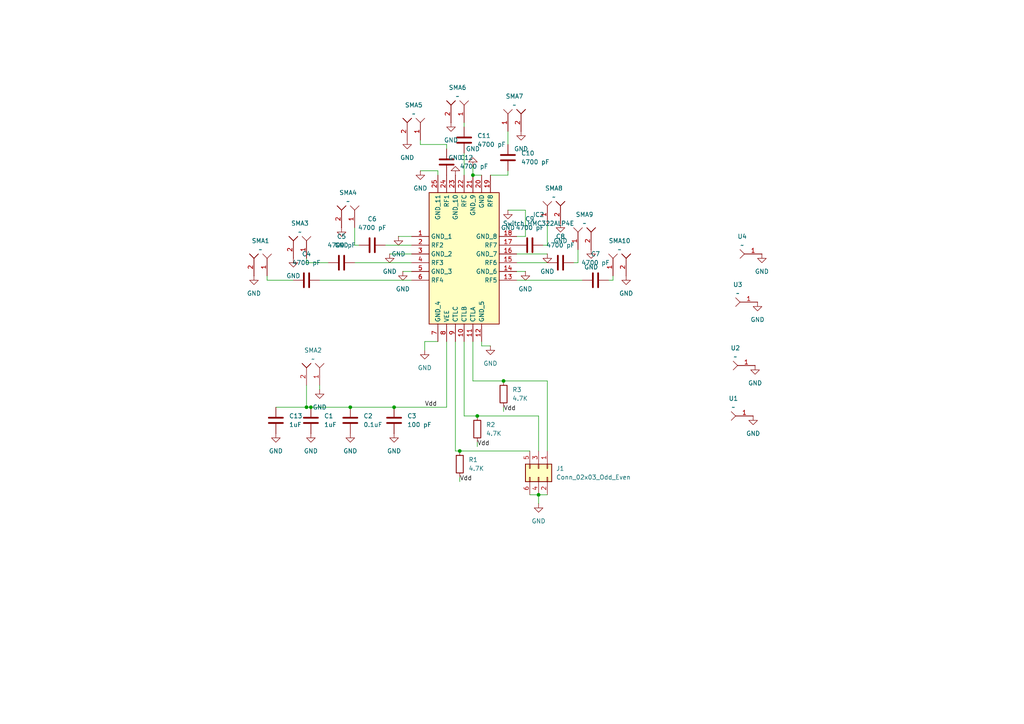
<source format=kicad_sch>
(kicad_sch (version 20231120) (generator "eeschema") (generator_version "8.0")
  (paper "A4")
  (lib_symbols
    (symbol "Connector_Generic:Conn_02x03_Odd_Even" (pin_names (offset 1.016) hide)
      (property "Reference" "J" (at 1.27 5.08 0))
      (property "Value" "Conn_02x03_Odd_Even" (at 1.27 -5.08 0))
      (symbol "Conn_02x03_Odd_Even_1_1"
        (rectangle (start -1.27 -2.413) (end 0 -2.667) (stroke (width 0.1524)))
        (rectangle (start -1.27 0.127) (end 0 -0.127) (stroke (width 0.1524)))
        (rectangle (start -1.27 2.667) (end 0 2.413) (stroke (width 0.1524)))
        (rectangle (start -1.27 3.81) (end 3.81 -3.81) (stroke (width 0.254)) (fill (type background)))
        (rectangle (start 3.81 -2.413) (end 2.54 -2.667) (stroke (width 0.1524)))
        (rectangle (start 3.81 0.127) (end 2.54 -0.127) (stroke (width 0.1524)))
        (rectangle (start 3.81 2.667) (end 2.54 2.413) (stroke (width 0.1524)))
        (pin passive line (at -5.08 2.54 0) (length 3.81) (name "Pin_1") (number "1"))
        (pin passive line (at 7.62 2.54 180) (length 3.81) (name "Pin_2") (number "2"))
        (pin passive line (at -5.08 0 0) (length 3.81) (name "Pin_3") (number "3"))
        (pin passive line (at 7.62 0 180) (length 3.81) (name "Pin_4") (number "4"))
        (pin passive line (at -5.08 -2.54 0) (length 3.81) (name "Pin_5") (number "5"))
        (pin passive line (at 7.62 -2.54 180) (length 3.81) (name "Pin_6") (number "6"))
      )
    )
    (symbol "Device:C" (pin_numbers hide) (pin_names (offset 0.254))
      (property "Reference" "C" (at 0.635 2.54 0))
      (property "Value" "C" (at 0.635 -2.54 0))
      (symbol "C_0_1"
        (polyline (pts (xy -2.032 -0.762) (xy 2.032 -0.762)) (stroke (width 0.508)))
        (polyline (pts (xy -2.032 0.762) (xy 2.032 0.762)) (stroke (width 0.508)))
      )
      (symbol "C_1_1"
        (pin passive line (at 0 3.81 270) (length 2.794) (name "~") (number "1"))
        (pin passive line (at 0 -3.81 90) (length 2.794) (name "~") (number "2"))
      )
    )
    (symbol "Device:R" (pin_numbers hide) (pin_names (offset 0))
      (property "Reference" "R" (at 2.032 0 90))
      (property "Value" "R" (at 0 0 90))
      (symbol "R_0_1"
        (rectangle (start -1.016 -2.54) (end 1.016 2.54) (stroke (width 0.254)))
      )
      (symbol "R_1_1"
        (pin passive line (at 0 3.81 270) (length 1.27) (name "~") (number "1"))
        (pin passive line (at 0 -3.81 90) (length 1.27) (name "~") (number "2"))
      )
    )
    (symbol "MUSIC_LAB:SMA"
      (property "Reference" "SMA" (at 1.27 -1.27 0))
      (symbol "SMA_0_1"
        (polyline (pts (xy -1.27 1.27) (xy -2.54 0)))
        (polyline (pts (xy -1.27 1.27) (xy -2.54 0)))
        (polyline (pts (xy -1.27 1.27) (xy -2.54 0)))
        (polyline (pts (xy -1.27 1.27) (xy -2.54 0)))
        (polyline (pts (xy -1.27 1.27) (xy -2.54 2.54)))
        (polyline (pts (xy -1.27 1.27) (xy -2.54 2.54)))
        (polyline (pts (xy -1.27 1.27) (xy -2.54 2.54)))
        (polyline (pts (xy -1.27 1.27) (xy -2.54 2.54)))
        (polyline (pts (xy -1.27 5.08) (xy -2.54 3.81)))
        (polyline (pts (xy -1.27 5.08) (xy -2.54 6.35)))
      )
      (symbol "SMA_1_1"
        (pin passive line (at 3.81 5.08 180) (length 5.08) (name "") (number "1"))
        (pin passive line (at 3.81 1.27 180) (length 5.08) (name "") (number "2"))
      )
    )
    (symbol "MUSIC_LAB:Switch_HMC321ALP4E"
      (property "Reference" "IC" (at 26.67 17.78 0))
      (property "Value" "Switch_HMC322ALP4E" (at 26.67 15.24 0))
      (symbol "Switch_HMC321ALP4E_1_1"
        (rectangle (start 5.08 12.7) (end 25.4 -25.4) (stroke (width 0.254)) (fill (type background)))
        (pin passive line (at 0 0 0) (length 5.08) (name "GND_1") (number "1"))
        (pin passive line (at 15.24 -30.48 90) (length 5.08) (name "CTLB") (number "10"))
        (pin passive line (at 17.78 -30.48 90) (length 5.08) (name "CTLA") (number "11"))
        (pin passive line (at 20.32 -30.48 90) (length 5.08) (name "GND_5") (number "12"))
        (pin passive line (at 30.48 -12.7 180) (length 5.08) (name "RF5") (number "13"))
        (pin passive line (at 30.48 -10.16 180) (length 5.08) (name "GND_6") (number "14"))
        (pin passive line (at 30.48 -7.62 180) (length 5.08) (name "RF6") (number "15"))
        (pin passive line (at 30.48 -5.08 180) (length 5.08) (name "GND_7") (number "16"))
        (pin passive line (at 30.48 -2.54 180) (length 5.08) (name "RF7") (number "17"))
        (pin passive line (at 30.48 0 180) (length 5.08) (name "GND_8") (number "18"))
        (pin passive line (at 22.86 17.78 270) (length 5.08) (name "RF8") (number "19"))
        (pin passive line (at 0 -2.54 0) (length 5.08) (name "RF2") (number "2"))
        (pin passive line (at 20.32 17.78 270) (length 5.08) (name "GND") (number "20"))
        (pin passive line (at 17.78 17.78 270) (length 5.08) (name "GND_9") (number "21"))
        (pin passive line (at 15.24 17.78 270) (length 5.08) (name "RFC") (number "22"))
        (pin passive line (at 12.7 17.78 270) (length 5.08) (name "GND_10") (number "23"))
        (pin passive line (at 10.16 17.78 270) (length 5.08) (name "RF1") (number "24"))
        (pin passive line (at 7.62 17.78 270) (length 5.08) (name "GND_11") (number "25"))
        (pin passive line (at 0 -5.08 0) (length 5.08) (name "GND_2") (number "3"))
        (pin passive line (at 0 -7.62 0) (length 5.08) (name "RF3") (number "4"))
        (pin passive line (at 0 -10.16 0) (length 5.08) (name "GND_3") (number "5"))
        (pin passive line (at 0 -12.7 0) (length 5.08) (name "RF4") (number "6"))
        (pin passive line (at 7.62 -30.48 90) (length 5.08) (name "GND_4") (number "7"))
        (pin passive line (at 10.16 -30.48 90) (length 5.08) (name "VEE") (number "8"))
        (pin passive line (at 12.7 -30.48 90) (length 5.08) (name "CTLC") (number "9"))
      )
    )
    (symbol "MUSIC_LAB:Via_GND"
      (property "Reference" "U" (at 0 0 0))
      (symbol "Via_GND_0_1"
        (polyline (pts (xy -3.81 3.81) (xy -5.08 2.54)))
        (polyline (pts (xy -3.81 3.81) (xy -5.08 5.08)))
      )
      (symbol "Via_GND_1_1"
        (pin passive line (at 1.27 3.81 180) (length 5.08) (name "") (number "1"))
      )
    )
    (symbol "power:GND" (power) (pin_numbers hide) (pin_names (offset 0) hide)
      (property "Value" "GND" (at 0 -3.81 0))
      (symbol "GND_0_1"
        (polyline (pts (xy 0 0) (xy 0 -1.27) (xy 1.27 -1.27) (xy 0 -2.54) (xy -1.27 -1.27) (xy 0 -1.27)))
      )
      (symbol "GND_1_1"
        (pin power_in line (at 0 0 270) (length 0) (name "~") (number "1"))
      )
    )
  )
  (junction (at 156.21 143.51))
  (junction (at 90.17 118.11))
  (junction (at 114.3 118.11))
  (junction (at 88.9 118.11))
  (junction (at 133.35 130.81))
  (junction (at 101.6 118.11))
  (junction (at 137.16 50.8))
  (junction (at 146.05 110.49))
  (junction (at 138.43 120.65))
  (wire (pts (xy 88.9 111.76) (xy 88.9 118.11)))
  (wire (pts (xy 114.3 118.11) (xy 129.54 118.11)))
  (wire (pts (xy 139.7 100.33) (xy 142.24 100.33)))
  (wire (pts (xy 133.35 130.81) (xy 153.67 130.81)))
  (wire (pts (xy 77.47 81.28) (xy 85.09 81.28)))
  (wire (pts (xy 129.54 118.11) (xy 129.54 99.06)))
  (wire (pts (xy 137.16 99.06) (xy 137.16 110.49)))
  (wire (pts (xy 158.75 73.66) (xy 149.86 73.66)))
  (wire (pts (xy 88.9 74.93) (xy 88.9 76.2)))
  (wire (pts (xy 146.05 119.38) (xy 146.05 118.11)))
  (wire (pts (xy 147.32 49.53) (xy 147.32 50.8)))
  (wire (pts (xy 129.54 41.91) (xy 129.54 43.18)))
  (wire (pts (xy 158.75 71.12) (xy 157.48 71.12)))
  (wire (pts (xy 146.05 110.49) (xy 158.75 110.49)))
  (wire (pts (xy 102.87 76.2) (xy 119.38 76.2)))
  (wire (pts (xy 121.92 49.53) (xy 127 49.53)))
  (wire (pts (xy 152.4 78.74) (xy 149.86 78.74)))
  (wire (pts (xy 102.87 66.04) (xy 102.87 71.12)))
  (wire (pts (xy 116.84 78.74) (xy 119.38 78.74)))
  (wire (pts (xy 132.08 130.81) (xy 133.35 130.81)))
  (wire (pts (xy 147.32 38.1) (xy 147.32 41.91)))
  (wire (pts (xy 139.7 99.06) (xy 139.7 100.33)))
  (wire (pts (xy 101.6 118.11) (xy 114.3 118.11)))
  (wire (pts (xy 158.75 110.49) (xy 158.75 130.81)))
  (wire (pts (xy 167.64 76.2) (xy 166.37 76.2)))
  (wire (pts (xy 123.19 101.6) (xy 123.19 99.06)))
  (wire (pts (xy 127 49.53) (xy 127 50.8)))
  (wire (pts (xy 121.92 40.64) (xy 121.92 41.91)))
  (wire (pts (xy 134.62 120.65) (xy 138.43 120.65)))
  (wire (pts (xy 119.38 68.58) (xy 115.57 68.58)))
  (wire (pts (xy 137.16 48.26) (xy 137.16 50.8)))
  (wire (pts (xy 156.21 120.65) (xy 156.21 130.81)))
  (wire (pts (xy 134.62 99.06) (xy 134.62 120.65)))
  (wire (pts (xy 176.53 81.28) (xy 177.8 81.28)))
  (wire (pts (xy 134.62 35.56) (xy 134.62 36.83)))
  (wire (pts (xy 104.14 71.12) (xy 102.87 71.12)))
  (wire (pts (xy 167.64 72.39) (xy 167.64 76.2)))
  (wire (pts (xy 147.32 60.96) (xy 152.4 60.96)))
  (wire (pts (xy 138.43 129.54) (xy 138.43 128.27)))
  (wire (pts (xy 77.47 80.01) (xy 77.47 81.28)))
  (wire (pts (xy 90.17 118.11) (xy 101.6 118.11)))
  (wire (pts (xy 156.21 143.51) (xy 158.75 143.51)))
  (wire (pts (xy 119.38 73.66) (xy 113.03 73.66)))
  (wire (pts (xy 152.4 60.96) (xy 152.4 68.58)))
  (wire (pts (xy 121.92 41.91) (xy 129.54 41.91)))
  (wire (pts (xy 133.35 139.7) (xy 133.35 138.43)))
  (wire (pts (xy 134.62 44.45) (xy 134.62 50.8)))
  (wire (pts (xy 156.21 143.51) (xy 153.67 143.51)))
  (wire (pts (xy 123.19 99.06) (xy 127 99.06)))
  (wire (pts (xy 88.9 76.2) (xy 95.25 76.2)))
  (wire (pts (xy 137.16 110.49) (xy 146.05 110.49)))
  (wire (pts (xy 80.01 118.11) (xy 88.9 118.11)))
  (wire (pts (xy 142.24 50.8) (xy 147.32 50.8)))
  (wire (pts (xy 158.75 64.77) (xy 158.75 71.12)))
  (wire (pts (xy 156.21 146.05) (xy 156.21 143.51)))
  (wire (pts (xy 92.71 81.28) (xy 119.38 81.28)))
  (wire (pts (xy 177.8 80.01) (xy 177.8 81.28)))
  (wire (pts (xy 132.08 99.06) (xy 132.08 130.81)))
  (wire (pts (xy 149.86 81.28) (xy 168.91 81.28)))
  (wire (pts (xy 119.38 71.12) (xy 111.76 71.12)))
  (wire (pts (xy 158.75 76.2) (xy 149.86 76.2)))
  (wire (pts (xy 152.4 68.58) (xy 149.86 68.58)))
  (wire (pts (xy 92.71 111.76) (xy 92.71 113.03)))
  (wire (pts (xy 88.9 118.11) (xy 90.17 118.11)))
  (wire (pts (xy 138.43 120.65) (xy 156.21 120.65)))
  (wire (pts (xy 137.16 50.8) (xy 139.7 50.8)))
  (label "Vdd" (at 138.43 129.54 0))
  (label "Vdd" (at 123.19 118.11 0))
  (label "Vdd" (at 133.35 139.7 0))
  (label "Vdd" (at 146.05 119.38 0))
  (symbol (lib_id "Device:R") (at 138.43 124.46 180) (unit 1)
    (property "Reference" "R2" (at 140.97 123.1899 0) (effects (justify right)))
    (property "Value" "4.7K" (at 140.97 125.7299 0) (effects (justify right)))
    (property "Footprint" "Resistor_SMD:R_0402_1005Metric" (effects (hide yes)))
    (property "Description" "Resistor" (effects (hide yes)))
  )
  (symbol (lib_id "power:GND") (at 220.98 73.66 0) (mirror y) (unit 1)
    (property "Reference" "#PWR029" (effects (hide yes)))
    (property "Value" "GND" (at 220.98 78.74 0))
    (property "Description" "Power symbol creates a global label with name \"GND\" , ground" (effects (hide yes)))
  )
  (symbol (lib_id "Device:C") (at 99.06 76.2 90) (unit 1)
    (property "Reference" "C5" (at 99.06 68.58 90))
    (property "Value" "4700 pF" (at 99.06 71.12 90))
    (property "Footprint" "Capacitor_SMD:C_0402_1005Metric" (effects (hide yes)))
    (property "Description" "Unpolarized capacitor" (effects (hide yes)))
  )
  (symbol (lib_id "power:GND") (at 101.6 125.73 0) (unit 1)
    (property "Reference" "#PWR06" (effects (hide yes)))
    (property "Value" "GND" (at 101.6 130.81 0))
    (property "Description" "Power symbol creates a global label with name \"GND\" , ground" (effects (hide yes)))
  )
  (symbol (lib_id "power:GND") (at 219.0061 106.0197 0) (mirror y) (unit 1)
    (property "Reference" "#PWR019" (effects (hide yes)))
    (property "Value" "GND" (at 219.0061 111.0997 0))
    (property "Description" "Power symbol creates a global label with name \"GND\" , ground" (effects (hide yes)))
  )
  (symbol (lib_id "Device:R") (at 133.35 134.62 180) (unit 1)
    (property "Reference" "R1" (at 135.89 133.3499 0) (effects (justify right)))
    (property "Value" "4.7K" (at 135.89 135.8899 0) (effects (justify right)))
    (property "Footprint" "Resistor_SMD:R_0402_1005Metric" (effects (hide yes)))
    (property "Description" "Resistor" (effects (hide yes)))
  )
  (symbol (lib_id "Device:R") (at 146.05 114.3 180) (unit 1)
    (property "Reference" "R3" (at 148.59 113.0299 0) (effects (justify right)))
    (property "Value" "4.7K" (at 148.59 115.5699 0) (effects (justify right)))
    (property "Footprint" "Resistor_SMD:R_0402_1005Metric" (effects (hide yes)))
    (property "Description" "Resistor" (effects (hide yes)))
  )
  (symbol (lib_id "Device:C") (at 129.54 46.99 180) (unit 1)
    (property "Reference" "C12" (at 133.35 45.7199 0) (effects (justify right)))
    (property "Value" "4700 pF" (at 133.35 48.2599 0) (effects (justify right)))
    (property "Footprint" "Capacitor_SMD:C_0402_1005Metric" (effects (hide yes)))
    (property "Description" "Unpolarized capacitor" (effects (hide yes)))
  )
  (symbol (lib_id "Device:C") (at 114.3 121.92 0) (unit 1)
    (property "Reference" "C3" (at 118.11 120.6499 0) (effects (justify left)))
    (property "Value" "100 pF" (at 118.11 123.1899 0) (effects (justify left)))
    (property "Footprint" "Capacitor_SMD:C_0402_1005Metric" (effects (hide yes)))
    (property "Description" "Unpolarized capacitor" (effects (hide yes)))
  )
  (symbol (lib_id "power:GND") (at 121.92 49.53 0) (mirror y) (unit 1)
    (property "Reference" "#PWR012" (effects (hide yes)))
    (property "Value" "GND" (at 121.92 54.61 0))
    (property "Description" "Power symbol creates a global label with name \"GND\" , ground" (effects (hide yes)))
  )
  (symbol (lib_id "Device:C") (at 90.17 121.92 0) (unit 1)
    (property "Reference" "C1" (at 93.98 120.6499 0) (effects (justify left)))
    (property "Value" "1uF" (at 93.98 123.1899 0) (effects (justify left)))
    (property "Footprint" "Capacitor_SMD:C_0402_1005Metric" (effects (hide yes)))
    (property "Description" "Unpolarized capacitor" (effects (hide yes)))
  )
  (symbol (lib_id "MUSIC_LAB:SMA") (at 97.79 62.23 270) (unit 1)
    (property "Reference" "SMA4" (at 100.965 55.88 90))
    (property "Value" "~" (at 100.965 58.42 90))
    (property "Footprint" "MUSIC_Lab:SMA_Edge_step_1" (effects (hide yes)))
  )
  (symbol (lib_id "power:GND") (at 137.16 48.26 0) (mirror x) (unit 1)
    (property "Reference" "#PWR017" (effects (hide yes)))
    (property "Value" "GND" (at 137.16 43.18 0))
    (property "Description" "Power symbol creates a global label with name \"GND\" , ground" (effects (hide yes)))
  )
  (symbol (lib_id "power:GND") (at 162.56 64.77 0) (mirror y) (unit 1)
    (property "Reference" "#PWR024" (effects (hide yes)))
    (property "Value" "GND" (at 162.56 69.85 0))
    (property "Description" "Power symbol creates a global label with name \"GND\" , ground" (effects (hide yes)))
  )
  (symbol (lib_id "power:GND") (at 218.44 120.65 0) (mirror y) (unit 1)
    (property "Reference" "#PWR018" (effects (hide yes)))
    (property "Value" "GND" (at 218.44 125.73 0))
    (property "Description" "Power symbol creates a global label with name \"GND\" , ground" (effects (hide yes)))
  )
  (symbol (lib_id "power:GND") (at 158.75 73.66 0) (mirror y) (unit 1)
    (property "Reference" "#PWR023" (effects (hide yes)))
    (property "Value" "GND" (at 158.75 78.74 0))
    (property "Description" "Power symbol creates a global label with name \"GND\" , ground" (effects (hide yes)))
  )
  (symbol (lib_id "Device:C") (at 101.6 121.92 0) (unit 1)
    (property "Reference" "C2" (at 105.41 120.6499 0) (effects (justify left)))
    (property "Value" "0.1uF" (at 105.41 123.1899 0) (effects (justify left)))
    (property "Footprint" "Capacitor_SMD:C_0402_1005Metric" (effects (hide yes)))
    (property "Description" "Unpolarized capacitor" (effects (hide yes)))
  )
  (symbol (lib_id "power:GND") (at 90.17 125.73 0) (unit 1)
    (property "Reference" "#PWR04" (effects (hide yes)))
    (property "Value" "GND" (at 90.17 130.81 0))
    (property "Description" "Power symbol creates a global label with name \"GND\" , ground" (effects (hide yes)))
  )
  (symbol (lib_id "power:GND") (at 130.81 35.56 0) (unit 1)
    (property "Reference" "#PWR014" (effects (hide yes)))
    (property "Value" "GND" (at 130.81 40.64 0))
    (property "Description" "Power symbol creates a global label with name \"GND\" , ground" (effects (hide yes)))
  )
  (symbol (lib_id "power:GND") (at 85.09 74.93 0) (unit 1)
    (property "Reference" "#PWR03" (effects (hide yes)))
    (property "Value" "GND" (at 85.09 80.01 0))
    (property "Description" "Power symbol creates a global label with name \"GND\" , ground" (effects (hide yes)))
  )
  (symbol (lib_id "power:GND") (at 115.57 68.58 0) (unit 1)
    (property "Reference" "#PWR09" (effects (hide yes)))
    (property "Value" "GND" (at 115.57 73.66 0))
    (property "Description" "Power symbol creates a global label with name \"GND\" , ground" (effects (hide yes)))
  )
  (symbol (lib_id "MUSIC_LAB:SMA") (at 72.39 76.2 270) (unit 1)
    (property "Reference" "SMA1" (at 75.565 69.85 90))
    (property "Value" "~" (at 75.565 72.39 90))
    (property "Footprint" "MUSIC_Lab:SMA_Edge_step_1" (effects (hide yes)))
  )
  (symbol (lib_id "power:GND") (at 142.24 100.33 0) (mirror y) (unit 1)
    (property "Reference" "#PWR027" (effects (hide yes)))
    (property "Value" "GND" (at 142.24 105.41 0))
    (property "Description" "Power symbol creates a global label with name \"GND\" , ground" (effects (hide yes)))
  )
  (symbol (lib_id "Connector_Generic:Conn_02x03_Odd_Even") (at 156.21 135.89 270) (unit 1)
    (property "Reference" "J1" (at 161.29 135.8899 90) (effects (justify left)))
    (property "Value" "Conn_02x03_Odd_Even" (at 161.29 138.4299 90) (effects (justify left)))
    (property "Footprint" "Connector_PinHeader_2.54mm:PinHeader_2x03_P2.54mm_Vertical_SMD" (effects (hide yes)))
    (property "Description" "Generic connector, double row, 02x03, odd/even pin numbering scheme (row 1 odd numbers, row 2 even numbers), script generated (kicad-library-utils/schlib/autogen/connector/)" (effects (hide yes)))
  )
  (symbol (lib_id "MUSIC_LAB:SMA") (at 172.72 68.58 90) (mirror x) (unit 1)
    (property "Reference" "SMA9" (at 169.545 62.23 90))
    (property "Value" "~" (at 169.545 64.77 90))
    (property "Footprint" "MUSIC_Lab:SMA_Edge_step_1" (effects (hide yes)))
  )
  (symbol (lib_id "MUSIC_LAB:Switch_HMC321ALP4E") (at 119.38 68.58 0) (unit 1)
    (property "Reference" "IC2" (at 156.21 62.2614 0))
    (property "Value" "Switch_HMC322ALP4E" (at 156.21 64.8014 0))
    (property "Footprint" "MUSIC_Lab:Switch_HMC321_QFN50P400X400X90-25N-D" (effects (hide yes)))
    (property "Datasheet" "https://www.analog.com/media/en/technical-documentation/data-sheets/hmc322a.pdf" (effects (hide yes)))
    (property "Description" "Analog Devices HMC322ALP4E, RF Switch Circuit 8GHz Single SP8T 20dB Isolation 24-Pin QFN" (effects (hide yes)))
    (property "Height" "1" (effects (hide yes)))
    (property "Mouser Part Number" "584-HMC322ALP4E" (effects (hide yes)))
    (property "Mouser Price/Stock" "https://www.mouser.co.uk/ProductDetail/Analog-Devices/HMC322ALP4E?qs=UfUFg%2FkmHHH%2F8Ef9AHiS3g%3D%3D" (effects (hide yes)))
    (property "Manufacturer_Name" "Analog Devices" (effects (hide yes)))
    (property "Manufacturer_Part_Number" "HMC322ALP4E" (effects (hide yes)))
  )
  (symbol (lib_id "power:GND") (at 147.32 60.96 0) (mirror y) (unit 1)
    (property "Reference" "#PWR022" (effects (hide yes)))
    (property "Value" "GND" (at 147.32 66.04 0))
    (property "Description" "Power symbol creates a global label with name \"GND\" , ground" (effects (hide yes)))
  )
  (symbol (lib_id "MUSIC_LAB:SMA") (at 129.54 31.75 270) (unit 1)
    (property "Reference" "SMA6" (at 132.715 25.4 90))
    (property "Value" "~" (at 132.715 27.94 90))
    (property "Footprint" "MUSIC_Lab:SMA_Edge_step_1" (effects (hide yes)))
  )
  (symbol (lib_id "Device:C") (at 172.72 81.28 90) (unit 1)
    (property "Reference" "C7" (at 172.72 73.66 90))
    (property "Value" "4700 pF" (at 172.72 76.2 90))
    (property "Footprint" "Capacitor_SMD:C_0402_1005Metric" (effects (hide yes)))
    (property "Description" "Unpolarized capacitor" (effects (hide yes)))
  )
  (symbol (lib_id "MUSIC_LAB:SMA") (at 116.84 36.83 270) (unit 1)
    (property "Reference" "SMA5" (at 120.015 30.48 90))
    (property "Value" "~" (at 120.015 33.02 90))
    (property "Footprint" "MUSIC_Lab:SMA_Edge_step_1" (effects (hide yes)))
  )
  (symbol (lib_id "power:GND") (at 151.13 38.1 0) (mirror y) (unit 1)
    (property "Reference" "#PWR020" (effects (hide yes)))
    (property "Value" "GND" (at 151.13 43.18 0))
    (property "Description" "Power symbol creates a global label with name \"GND\" , ground" (effects (hide yes)))
  )
  (symbol (lib_id "power:GND") (at 132.08 50.8 0) (mirror x) (unit 1)
    (property "Reference" "#PWR015" (effects (hide yes)))
    (property "Value" "GND" (at 132.08 45.72 0))
    (property "Description" "Power symbol creates a global label with name \"GND\" , ground" (effects (hide yes)))
  )
  (symbol (lib_id "MUSIC_LAB:SMA") (at 182.88 76.2 90) (mirror x) (unit 1)
    (property "Reference" "SMA10" (at 179.705 69.85 90))
    (property "Value" "~" (at 179.705 72.39 90))
    (property "Footprint" "MUSIC_Lab:SMA_Edge_step_1" (effects (hide yes)))
  )
  (symbol (lib_id "power:GND") (at 181.61 80.01 0) (mirror y) (unit 1)
    (property "Reference" "#PWR026" (effects (hide yes)))
    (property "Value" "GND" (at 181.61 85.09 0))
    (property "Description" "Power symbol creates a global label with name \"GND\" , ground" (effects (hide yes)))
  )
  (symbol (lib_id "power:GND") (at 152.4 78.74 0) (mirror y) (unit 1)
    (property "Reference" "#PWR021" (effects (hide yes)))
    (property "Value" "GND" (at 152.4 83.82 0))
    (property "Description" "Power symbol creates a global label with name \"GND\" , ground" (effects (hide yes)))
  )
  (symbol (lib_id "MUSIC_LAB:Via_GND") (at 217.7361 109.8297 0) (unit 1)
    (property "Reference" "U2" (at 213.2911 100.9397 0))
    (property "Value" "~" (at 213.2911 103.4797 0))
    (property "Footprint" "MUSIC_Lab:via_GND" (effects (hide yes)))
  )
  (symbol (lib_id "Device:C") (at 153.67 71.12 90) (unit 1)
    (property "Reference" "C9" (at 153.67 63.5 90))
    (property "Value" "4700 pF" (at 153.67 66.04 90))
    (property "Footprint" "Capacitor_SMD:C_0402_1005Metric" (effects (hide yes)))
    (property "Description" "Unpolarized capacitor" (effects (hide yes)))
  )
  (symbol (lib_id "Device:C") (at 147.32 45.72 180) (unit 1)
    (property "Reference" "C10" (at 151.13 44.4499 0) (effects (justify right)))
    (property "Value" "4700 pF" (at 151.13 46.9899 0) (effects (justify right)))
    (property "Footprint" "Capacitor_SMD:C_0402_1005Metric" (effects (hide yes)))
    (property "Description" "Unpolarized capacitor" (effects (hide yes)))
  )
  (symbol (lib_id "power:GND") (at 118.11 40.64 0) (unit 1)
    (property "Reference" "#PWR011" (effects (hide yes)))
    (property "Value" "GND" (at 118.11 45.72 0))
    (property "Description" "Power symbol creates a global label with name \"GND\" , ground" (effects (hide yes)))
  )
  (symbol (lib_id "power:GND") (at 92.71 113.03 0) (unit 1)
    (property "Reference" "#PWR02" (effects (hide yes)))
    (property "Value" "GND" (at 92.71 118.11 0))
    (property "Description" "Power symbol creates a global label with name \"GND\" , ground" (effects (hide yes)))
  )
  (symbol (lib_id "power:GND") (at 99.06 66.04 0) (unit 1)
    (property "Reference" "#PWR05" (effects (hide yes)))
    (property "Value" "GND" (at 99.06 71.12 0))
    (property "Description" "Power symbol creates a global label with name \"GND\" , ground" (effects (hide yes)))
  )
  (symbol (lib_id "power:GND") (at 171.45 72.39 0) (mirror y) (unit 1)
    (property "Reference" "#PWR025" (effects (hide yes)))
    (property "Value" "GND" (at 171.45 77.47 0))
    (property "Description" "Power symbol creates a global label with name \"GND\" , ground" (effects (hide yes)))
  )
  (symbol (lib_id "Device:C") (at 134.62 40.64 180) (unit 1)
    (property "Reference" "C11" (at 138.43 39.3699 0) (effects (justify right)))
    (property "Value" "4700 pF" (at 138.43 41.9099 0) (effects (justify right)))
    (property "Footprint" "Capacitor_SMD:C_0402_1005Metric" (effects (hide yes)))
    (property "Description" "Unpolarized capacitor" (effects (hide yes)))
  )
  (symbol (lib_id "MUSIC_LAB:Via_GND") (at 219.71 77.47 0) (unit 1)
    (property "Reference" "U4" (at 215.265 68.58 0))
    (property "Value" "~" (at 215.265 71.12 0))
    (property "Footprint" "MUSIC_Lab:via_GND" (effects (hide yes)))
  )
  (symbol (lib_id "power:GND") (at 156.21 146.05 0) (unit 1)
    (property "Reference" "#PWR016" (effects (hide yes)))
    (property "Value" "GND" (at 156.21 151.13 0))
    (property "Description" "Power symbol creates a global label with name \"GND\" , ground" (effects (hide yes)))
  )
  (symbol (lib_id "MUSIC_LAB:SMA") (at 83.82 71.12 270) (unit 1)
    (property "Reference" "SMA3" (at 86.995 64.77 90))
    (property "Value" "~" (at 86.995 67.31 90))
    (property "Footprint" "MUSIC_Lab:SMA_Edge_step_1" (effects (hide yes)))
  )
  (symbol (lib_id "Device:C") (at 88.9 81.28 90) (unit 1)
    (property "Reference" "C4" (at 88.9 73.66 90))
    (property "Value" "4700 pF" (at 88.9 76.2 90))
    (property "Footprint" "Capacitor_SMD:C_0402_1005Metric" (effects (hide yes)))
    (property "Description" "Unpolarized capacitor" (effects (hide yes)))
  )
  (symbol (lib_id "MUSIC_LAB:SMA") (at 163.83 60.96 90) (mirror x) (unit 1)
    (property "Reference" "SMA8" (at 160.655 54.61 90))
    (property "Value" "~" (at 160.655 57.15 90))
    (property "Footprint" "MUSIC_Lab:SMA_Edge_step_1" (effects (hide yes)))
  )
  (symbol (lib_id "power:GND") (at 73.66 80.01 0) (unit 1)
    (property "Reference" "#PWR01" (effects (hide yes)))
    (property "Value" "GND" (at 73.66 85.09 0))
    (property "Description" "Power symbol creates a global label with name \"GND\" , ground" (effects (hide yes)))
  )
  (symbol (lib_id "Device:C") (at 162.56 76.2 90) (unit 1)
    (property "Reference" "C8" (at 162.56 68.58 90))
    (property "Value" "4700 pF" (at 162.56 71.12 90))
    (property "Footprint" "Capacitor_SMD:C_0402_1005Metric" (effects (hide yes)))
    (property "Description" "Unpolarized capacitor" (effects (hide yes)))
  )
  (symbol (lib_id "Device:C") (at 80.01 121.92 0) (unit 1)
    (property "Reference" "C13" (at 83.82 120.6499 0) (effects (justify left)))
    (property "Value" "1uF" (at 83.82 123.1899 0) (effects (justify left)))
    (property "Footprint" "Capacitor_SMD:C_0402_1005Metric" (effects (hide yes)))
    (property "Description" "Unpolarized capacitor" (effects (hide yes)))
  )
  (symbol (lib_id "power:GND") (at 123.19 101.6 0) (mirror y) (unit 1)
    (property "Reference" "#PWR013" (effects (hide yes)))
    (property "Value" "GND" (at 123.19 106.68 0))
    (property "Description" "Power symbol creates a global label with name \"GND\" , ground" (effects (hide yes)))
  )
  (symbol (lib_id "power:GND") (at 114.3 125.73 0) (unit 1)
    (property "Reference" "#PWR08" (effects (hide yes)))
    (property "Value" "GND" (at 114.3 130.81 0))
    (property "Description" "Power symbol creates a global label with name \"GND\" , ground" (effects (hide yes)))
  )
  (symbol (lib_id "power:GND") (at 116.84 78.74 0) (unit 1)
    (property "Reference" "#PWR010" (effects (hide yes)))
    (property "Value" "GND" (at 116.84 83.82 0))
    (property "Description" "Power symbol creates a global label with name \"GND\" , ground" (effects (hide yes)))
  )
  (symbol (lib_id "Device:C") (at 107.95 71.12 90) (unit 1)
    (property "Reference" "C6" (at 107.95 63.5 90))
    (property "Value" "4700 pF" (at 107.95 66.04 90))
    (property "Footprint" "Capacitor_SMD:C_0402_1005Metric" (effects (hide yes)))
    (property "Description" "Unpolarized capacitor" (effects (hide yes)))
  )
  (symbol (lib_id "MUSIC_LAB:SMA") (at 87.63 107.95 270) (unit 1)
    (property "Reference" "SMA2" (at 90.805 101.6 90))
    (property "Value" "~" (at 90.805 104.14 90))
    (property "Footprint" "Connector_JST:JST_EH_S2B-EH_1x02_P2.50mm_Horizontal" (effects (hide yes)))
  )
  (symbol (lib_id "MUSIC_LAB:SMA") (at 152.4 34.29 90) (mirror x) (unit 1)
    (property "Reference" "SMA7" (at 149.225 27.94 90))
    (property "Value" "~" (at 149.225 30.48 90))
    (property "Footprint" "MUSIC_Lab:SMA_Edge_step_1" (effects (hide yes)))
  )
  (symbol (lib_id "power:GND") (at 113.03 73.66 0) (unit 1)
    (property "Reference" "#PWR07" (effects (hide yes)))
    (property "Value" "GND" (at 113.03 78.74 0))
    (property "Description" "Power symbol creates a global label with name \"GND\" , ground" (effects (hide yes)))
  )
  (symbol (lib_id "power:GND") (at 80.01 125.73 0) (unit 1)
    (property "Reference" "#PWR030" (effects (hide yes)))
    (property "Value" "GND" (at 80.01 130.81 0))
    (property "Description" "Power symbol creates a global label with name \"GND\" , ground" (effects (hide yes)))
  )
  (symbol (lib_id "power:GND") (at 219.71 87.63 0) (mirror y) (unit 1)
    (property "Reference" "#PWR028" (effects (hide yes)))
    (property "Value" "GND" (at 219.71 92.71 0))
    (property "Description" "Power symbol creates a global label with name \"GND\" , ground" (effects (hide yes)))
  )
  (symbol (lib_id "MUSIC_LAB:Via_GND") (at 217.17 124.46 0) (unit 1)
    (property "Reference" "U1" (at 212.725 115.57 0))
    (property "Value" "~" (at 212.725 118.11 0))
    (property "Footprint" "MUSIC_Lab:via_GND" (effects (hide yes)))
  )
  (symbol (lib_id "MUSIC_LAB:Via_GND") (at 218.44 91.44 0) (unit 1)
    (property "Reference" "U3" (at 213.995 82.55 0))
    (property "Value" "~" (at 213.995 85.09 0))
    (property "Footprint" "MUSIC_Lab:via_GND" (effects (hide yes)))
  )
)
</source>
